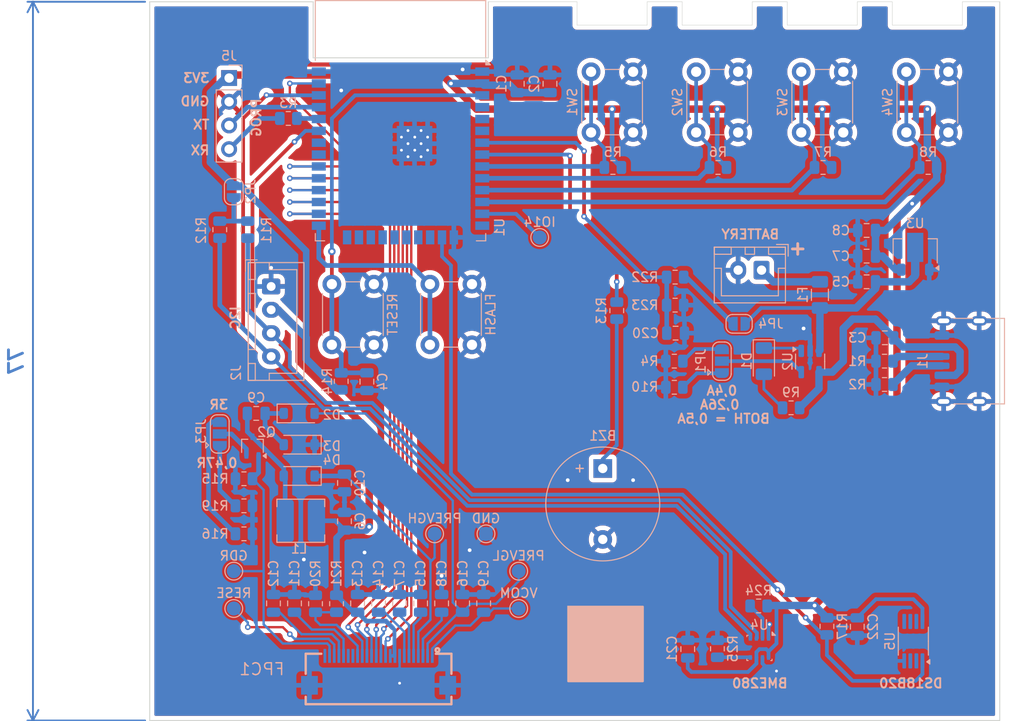
<source format=kicad_pcb>
(kicad_pcb (version 20241229) (generator "pcbnew") (generator_version "9.0")
  (title_block (title "ESP32_E-Paper_4-2_V1") (date "2025-05-28") (rev "1") (company "Filada"))
  (layers (0 "F.Cu" signal) (2 "B.Cu" signal) (13 "F.Paste" user) (15 "B.Paste" user) (5 "F.SilkS" user "F.Silkscreen") (7 "B.SilkS" user "B.Silkscreen") (1 "F.Mask" user) (3 "B.Mask" user) (25 "Edge.Cuts" user))
  (net 0 "")
  (net 1 "GND")
  (net 2 "Net-(BZ1-+)")
  (net 3 "+3V3")
  (net 4 "Net-(U2-V_{CC})")
  (net 5 "/EN")
  (net 6 "+BATT")
  (net 7 "Net-(D2-K)")
  (net 8 "Net-(D4-A)")
  (net 9 "/PREVGH")
  (net 10 "Net-(C11-Pad1)")
  (net 11 "Net-(C12-Pad1)")
  (net 12 "Net-(C14-Pad1)")
  (net 13 "Net-(C15-Pad1)")
  (net 14 "/PREVGL")
  (net 15 "Net-(C17-Pad1)")
  (net 16 "Net-(C18-Pad1)")
  (net 17 "/VCOM")
  (net 18 "/VBAT_ADC")
  (net 19 "Net-(D1-K)")
  (net 20 "Net-(D1-A)")
  (net 21 "Net-(J3-Pin_1)")
  (net 22 "/BUSY")
  (net 23 "/D{slash}C")
  (net 24 "/SDI")
  (net 25 "/SCLK")
  (net 26 "/RES")
  (net 28 "/GDR")
  (net 29 "/BS")
  (net 32 "/CS")
  (net 33 "/RESE")
  (net 34 "Net-(J1-CC2)")
  (net 35 "Net-(J1-CC1)")
  (net 36 "/SDA")
  (net 37 "/SCL")
  (net 38 "/IO13")
  (net 39 "/TX")
  (net 40 "/RX")
  (net 41 "Net-(JP1-A)")
  (net 42 "Net-(JP1-C)")
  (net 43 "Net-(JP1-B)")
  (net 44 "Net-(JP2-A)")
  (net 45 "Net-(JP3-B)")
  (net 46 "Net-(JP3-A)")
  (net 47 "Net-(JP3-C)")
  (net 48 "Net-(JP4-B)")
  (net 49 "/IO0")
  (net 50 "Net-(U1-RXD0{slash}IO3)")
  (net 51 "/BTN1")
  (net 52 "/BTN2")
  (net 53 "/BTN3")
  (net 54 "/BTN4")
  (net 55 "/PIEZO")
  (net 66 "Net-(U4-CSB)")
  (net 67 "Net-(U4-SDO)")
  (net 77 "/IO14")
  (footprint "Diode_SMD:D_SOD-123" (layer "B.Cu") (at 130.95 106.4)
    (property "Reference" "D2")
    (property "Value" "MBR0530")
  )
  (footprint "Resistor_SMD:R_0805_2012Metric" (layer "B.Cu") (at 134.95 126.7875 -90)
    (property "Reference" "R21")
    (property "Value" "10K")
  )
  (footprint "Resistor_SMD:R_0805_2012Metric" (layer "B.Cu") (at 193.6125 103.3)
    (property "Reference" "R2")
    (property "Value" "5K1")
  )
  (footprint "Resistor_SMD:R_0805_2012Metric" (layer "B.Cu") (at 180.1375 127.025 180)
    (property "Reference" "R24")
    (property "Value" "10K")
  )
  (footprint "Connector_USB:USB_C_Receptacle_HRO_TYPE-C-31-M-17" (layer "B.Cu") (at 202.95 100.8 -90)
    (property "Reference" "J1")
    (property "Value" "USB_C_Receptacle_PowerOnly_6P")
  )
  (footprint "Button_Switch_THT:SW_PUSH_6mm_H7.3mm" (layer "B.Cu") (at 184.7 69.8 -90)
    (property "Reference" "SW3")
    (property "Value" "BTN1")
  )
  (footprint "Capacitor_SMD:C_0805_2012Metric" (layer "B.Cu") (at 172.55 131.65 -90)
    (property "Reference" "C21")
    (property "Value" "100nF")
  )
  (footprint "Resistor_SMD:R_0805_2012Metric" (layer "B.Cu") (at 175.7875 80.05 180)
    (property "Reference" "R6")
    (property "Value" "10K")
  )
  (footprint "Package_TO_SOT_SMD:TSOT-23-5" (layer "B.Cu") (at 185.65 100.8375 -90)
    (property "Reference" "U2")
    (property "Value" "TP4054")
  )
  (footprint "Package_SO:MSOP-8_3x3mm_P0.65mm" (layer "B.Cu") (at 196.7 130.8 90)
    (property "Reference" "U5")
    (property "Value" "DS18B20U")
  )
  (footprint "Jumper:SolderJumper-3_P1.3mm_Open_RoundedPad1.0x1.5mm" (layer "B.Cu") (at 122.45 108.6 90)
    (property "Reference" "JP3")
    (property "Value" "RES_SEL")
  )
  (footprint "LED_SMD:LED_1206_3216Metric" (layer "B.Cu") (at 180.7 100.8 -90)
    (property "Reference" "D1")
    (property "Value" "CHARGING")
  )
  (footprint "Resistor_SMD:R_0805_2012Metric" (layer "B.Cu") (at 183.6125 105.8 180)
    (property "Reference" "R9")
    (property "Value" "1K")
  )
  (footprint "Resistor_SMD:R_0805_2012Metric" (layer "B.Cu") (at 171.1125 100.8 180)
    (property "Reference" "R4")
    (property "Value" "1K65")
  )
  (footprint "Resistor_SMD:R_0805_2012Metric" (layer "B.Cu") (at 187.45 129.2125 90)
    (property "Reference" "R17")
    (property "Value" "4K7")
  )
  (footprint "Button_Switch_THT:SW_PUSH_6mm_H7.3mm" (layer "B.Cu") (at 162.2 69.8 -90)
    (property "Reference" "SW1")
    (property "Value" "BTN1")
  )
  (footprint "Capacitor_SMD:C_0805_2012Metric" (layer "B.Cu") (at 143.95 126.75 90)
    (property "Reference" "C15")
    (property "Value" "4.7uF")
  )
  (footprint "Resistor_SMD:R_0805_2012Metric" (layer "B.Cu") (at 164.95 95.3875 -90)
    (property "Reference" "R13")
    (property "Value" "100R")
  )
  (footprint "Resistor_SMD:R_0805_2012Metric" (layer "B.Cu") (at 122.45 86.7125 90)
    (property "Reference" "R12")
    (property "Value" "10K")
  )
  (footprint "Capacitor_SMD:C_0805_2012Metric" (layer "B.Cu") (at 191.7 86.8 180)
    (property "Reference" "C8")
    (property "Value" "10uF")
  )
  (footprint "Buzzer_Beeper:Buzzer_12x9.5RM7.6" (layer "B.Cu") (at 163.45 112.3 -90)
    (property "Reference" "BZ1")
    (property "Value" "Piezo")
  )
  (footprint "Resistor_SMD:R_0805_2012Metric" (layer "B.Cu") (at 129.7875 74.8 180)
    (property "Reference" "R3")
    (property "Value" "470R")
  )
  (footprint "Capacitor_SMD:C_0805_2012Metric" (layer "B.Cu") (at 141.7 126.75 90)
    (property "Reference" "C17")
    (property "Value" "1uF")
  )
  (footprint "Capacitor_SMD:C_0805_2012Metric" (layer "B.Cu") (at 128.2 126.75 90)
    (property "Reference" "C12")
    (property "Value" "4.7uF")
  )
  (footprint "Diode_SMD:D_SOD-123" (layer "B.Cu") (at 130.95 113.1 180)
    (property "Reference" "D4")
    (property "Value" "MBR0530")
  )
  (footprint "Jumper:SolderJumper-3_P1.3mm_Open_RoundedPad1.0x1.5mm" (layer "B.Cu") (at 176.2 100.8 90)
    (property "Reference" "JP1")
    (property "Value" "CH_CURRENT")
  )
  (footprint "Resistor_SMD:R_0805_2012Metric" (layer "B.Cu") (at 187.0375 80.05 180)
    (property "Reference" "R7")
    (property "Value" "10K")
  )
  (footprint "Capacitor_SMD:C_0805_2012Metric" (layer "B.Cu") (at 190.7 129.25 90)
    (property "Reference" "C22")
    (property "Value" "100nF")
  )
  (footprint "Capacitor_SMD:C_0805_2012Metric" (layer "B.Cu") (at 135.8 113.85 -90)
    (property "Reference" "C10")
    (property "Value" "4.7uF")
  )
  (footprint "Capacitor_SMD:C_0805_2012Metric" (layer "B.Cu") (at 148.45 126.75 90)
    (property "Reference" "C16")
    (property "Value" "4.7uF")
  )
  (footprint "Connector_PinHeader_2.54mm:PinHeader_1x04_P2.54mm_Vertical" (layer "B.Cu") (at 123.45 70.47 180)
    (property "Reference" "J5")
    (property "Value" "PROG")
  )
  (footprint "Jumper:SolderJumper-2_P1.3mm_Open_RoundedPad1.0x1.5mm" (layer "B.Cu") (at 178.05 96.8 180)
    (property "Reference" "JP4")
    (property "Value" "ADC-BAT")
  )
  (footprint "TestPoint:TestPoint_Pad_D1.5mm" (layer "B.Cu") (at 145.45 119.3 180)
    (property "Reference" "PREVGH")
    (property "Value" "PREVGH")
  )
  (footprint "Resistor_SMD:R_0805_2012Metric" (layer "B.Cu") (at 125.0375 116.3)
    (property "Reference" "R19")
    (property "Value" "0.47R")
  )
  (footprint "Resistor_SMD:R_0805_2012Metric" (layer "B.Cu") (at 125.0375 119.3)
    (property "Reference" "R16")
    (property "Value" "3R")
  )
  (footprint "Resistor_SMD:R_0805_2012Metric" (layer "B.Cu") (at 125.0375 113.4 180)
    (property "Reference" "R15")
    (property "Value" "10K")
  )
  (footprint "Button_Switch_THT:SW_PUSH_6mm_H7.3mm" (layer "B.Cu") (at 173.45 69.8 -90)
    (property "Reference" "SW2")
    (property "Value" "BTN1")
  )
  (footprint "TestPoint:TestPoint_Pad_D1.5mm" (layer "B.Cu") (at 154.45 127.3 180)
    (property "Reference" "VCOM")
    (property "Value" "VCOM")
  )
  (footprint "TestPoint:TestPoint_Pad_D1.5mm" (layer "B.Cu") (at 123.95 127.3 180)
    (property "Reference" "RESE")
    (property "Value" "RESE")
  )
  (footprint "Capacitor_SMD:C_0805_2012Metric" (layer "B.Cu") (at 146.2 126.75 90)
    (property "Reference" "C18")
    (property "Value" "4.7uF")
  )
  (footprint "Button_Switch_THT:SW_PUSH_6mm_H7.3mm" (layer "B.Cu") (at 149.45 99.05 90)
    (property "Reference" "FLASH")
    (property "Value" "FLASH")
  )
  (footprint "Capacitor_SMD:C_0805_2012Metric" (layer "B.Cu") (at 126.35 106.4 180)
    (property "Reference" "C9")
    (property "Value" "4.7uF")
  )
  (footprint "Capacitor_SMD:C_0805_2012Metric" (layer "B.Cu") (at 137.2 126.75 90)
    (property "Reference" "C13")
    (property "Value" "1uF")
  )
  (footprint "Button_Switch_THT:SW_PUSH_6mm_H7.3mm" (layer "B.Cu") (at 138.95 99.05 90)
    (property "Reference" "RESET")
    (property "Value" "RESET")
  )
  (footprint "Connector_JST:JST_XH_B4B-XH-A_1x04_P2.50mm_Vertical" (layer "B.Cu") (at 127.95 92.8 -90)
    (property "Reference" "J2")
    (property "Value" "I2C")
  )
  (footprint "Connector_JST:JST_XH_B2B-XH-A_1x02_P2.50mm_Vertical" (layer "B.Cu") (at 180.45 91.05 180)
    (property "Reference" "J3" (hide yes))
    (property "Value" "BATTERY")
  )
  (footprint "TestPoint:TestPoint_Pad_D1.5mm" (layer "B.Cu") (at 156.7 87.55 180)
    (property "Reference" "IO14")
    (property "Value" "IO14")
  )
  (footprint "Package_TO_SOT_SMD:SOT-323_SC-70" (layer "B.Cu") (at 125.95 109.9 90)
    (property "Reference" "Q2")
    (property "Value" "Si1308EDL")
  )
  (footprint "Package_TO_SOT_SMD:SOT-89-3" (layer "B.Cu") (at 196.9 89.05 90)
    (property "Reference" "U3")
    (property "Value" "MCP1700x-330xxMB")
  )
  (footprint "Capacitor_SMD:C_0805_2012Metric" (layer "B.Cu") (at 154.3 71.085 -90)
    (property "Reference" "C1")
    (property "Value" "10uF")
  )
  (footprint "Capacitor_SMD:C_0805_2012Metric" (layer "B.Cu") (at 135.8 117.95 90)
    (property "Reference" "C6")
    (property "Value" "4.7uF")
  )
  (footprint "Resistor_SMD:R_0805_2012Metric" (layer "B.Cu") (at 171.2 94.8)
    (property "Reference" "R23")
    (property "Value" "1M3")
  )
  (footprint "Resistor_SMD:R_0805_2012Metric" (layer "B.Cu") (at 198.2875 80.05 180)
    (property "Reference" "R8")
    (property "Value" "10K")
  )
  (footprint "Jumper:SolderJumper-2_P1.3mm_Open_RoundedPad1.0x1.5mm" (layer "B.Cu") (at 123.95 82.65 90)
    (property "Reference" "JP2")
    (property "Value" "I2C_PULLUPS")
  )
  (footprint "Capacitor_SMD:C_0805_2012Metric" (layer "B.Cu") (at 130.45 126.75 90)
    (property "Reference" "C11")
    (property "Value" "4.7uF")
  )
  (footprint "Package_LGA:Bosch_LGA-8_2.5x2.5mm_P0.65mm_ClockwisePinNumbering" (layer "B.Cu") (at 180.225 131.525 180)
    (property "Reference" "U4")
    (property "Value" "BME280")
  )
  (footprint "Capacitor_SMD:C_0805_2012Metric" (layer "B.Cu") (at 139.45 126.75 90)
    (property "Reference" "C14")
    (property "Value" "1uF")
  )
  (footprint "my_lib_2025_1:JUSHUO AFC24-S24FIC-00" (layer "B.Cu") (at 139.45 133.94995)
    (property "Reference" "FPC1")
    (property "Value" "FPC_E-Paper")
  )
  (footprint "RF_Module:ESP32-WROOM-32D" (layer "B.Cu") (at 141.8 78.03 180)
    (property "Reference" "U1")
    (property "Value" "ESP32-WROOM-32E")
  )
  (footprint "Resistor_SMD:R_0805_2012Metric" (layer "B.Cu") (at 135.45 102.9625 90)
    (property "Reference" "R14")
    (property "Value" "10K")
  )
  (footprint "Capacitor_SMD:C_0805_2012Metric" (layer "B.Cu") (at 193.65 98.3 180)
    (property "Reference" "C3")
    (property "Value" "10uF")
  )
  (footprint "Resistor_SMD:R_0805_2012Metric" (layer "B.Cu") (at 171.1125 103.6 180)
    (property "Reference" "R10")
    (property "Value" "3K3")
  )
  (footprint "Diode_SMD:D_SOD-123" (layer "B.Cu") (at 130.95 109.75 180)
    (property "Reference" "D3")
    (property "Value" "MBR0530")
  )
  (footprint "TestPoint:TestPoint_Pad_D1.5mm" (layer "B.Cu") (at 154.45 123.3 180)
    (property "Reference" "PREVGL")
    (property "Value" "PREVGL")
  )
  (footprint "Capacitor_SMD:C_0805_2012Metric" (layer "B.Cu") (at 191.7 92.3 180)
    (property "Reference" "C5")
    (property "Value" "10uF")
  )
  (footprint "Resistor_SMD:R_0805_2012Metric" (layer "B.Cu") (at 164.5375 80.05 180)
    (property "Reference" "R5")
    (property "Value" "10K")
  )
  (footprint "Capacitor_SMD:C_0805_2012Metric" (layer "B.Cu") (at 138.2 103 90)
    (property "Reference" "C4")
    (property "Value" "100nF")
  )
  (footprint "Capacitor_SMD:C_0805_2012Metric" (layer "B.Cu") (at 171.25 97.8)
    (property "Reference" "C20")
    (property "Value" "100nF")
  )
  (footprint "Resistor_SMD:R_0805_2012Metric" (layer "B.Cu") (at 193.6125 100.8 180)
    (property "Reference" "R1")
    (property "Value" "5K1")
  )
  (footprint "TestPoint:TestPoint_Pad_D1.5mm" (layer "B.Cu") (at 150.95 119.3 180)
    (property "Reference" "GND")
    (property "Value" "GND")
  )
  (footprint "Button_Switch_THT:SW_PUSH_6mm_H7.3mm" (layer "B.Cu") (at 195.95 69.8 -90)
    (property "Reference" "SW4")
    (property "Value" "BTN1")
  )
  (footprint "Capacitor_SMD:C_0805_2012Metric" (layer "B.Cu") (at 157.8 71.085 -90)
    (property "Reference" "C2")
    (property "Value" "100nF")
  )
  (footprint "Capacitor_SMD:C_0805_2012Metric" (layer "B.Cu") (at 150.7 126.75 90)
    (property "Reference" "C19")
    (property "Value" "1uF")
  )
  (footprint "Resistor_SMD:R_0805_2012Metric" (layer "B.Cu") (at 171.2 91.8 180)
    (property "Reference" "R22")
    (property "Value" "1M")
  )
  (footprint "my_lib_2025_1:inductor_4.5x4_V1" (layer "B.Cu") (at 131.125 117.9 180)
    (property "Reference" "L1")
    (property "Value" "10uH/1A")
  )
  (footprint "Resistor_SMD:R_0805_2012Metric" (layer "B.Cu") (at 132.7 126.7875 -90)
    (property "Reference" "R20")
    (property "Value" "3R")
  )
  (footprint "Resistor_SMD:R_0805_2012Metric" (layer "B.Cu") (at 175.725 131.6125 90)
    (property "Reference" "R25")
    (property "Value" "10K")
  )
  (footprint "Resistor_SMD:R_0805_2012Metric" (layer "B.Cu") (at 125.45 86.7125 90)
    (property "Reference" "R11")
    (property "Value" "10K")
  )
  (footprint "TestPoint:TestPoint_Pad_D1.5mm" (layer "B.Cu") (at 123.95 123.3 180)
    (property "Reference" "GDR")
    (property "Value" "GDR")
  )
  (footprint "Capacitor_SMD:C_0805_2012Metric" (layer "B.Cu") (at 191.7 89.55 180)
    (property "Reference" "C7")
    (property "Value" "100nF")
  )
  (footprint "Fuse:Fuse_1206_3216Metric" (layer "B.Cu") (at 186.7 93.7 -90)
    (property "Reference" "F1")
    (property "Value" "1A")
  )
  (gr_rect (start 159.75 127.1) (end 167.75 135.1) (stroke (width 0.2)) (fill yes) (layer "B.SilkS"))
  (gr_line (start 183.2 64.8) (end 190.7 64.8) (stroke (width 0.05)) (layer "Edge.Cuts"))
  (gr_line (start 205.95 139.3) (end 114.95 139.3) (stroke (width 0.1)) (layer "Edge.Cuts"))
  (gr_line (start 168.2 62.3) (end 171.95 62.3) (stroke (width 0.05)) (layer "Edge.Cuts"))
  (gr_line (start 183.2 62.3) (end 183.2 64.8) (stroke (width 0.05)) (layer "Edge.Cuts"))
  (gr_line (start 151.2 68.3) (end 151.2 62.3) (stroke (width 0.1)) (layer "Edge.Cuts"))
  (gr_line (start 194.45 64.8) (end 201.95 64.8) (stroke (width 0.05)) (layer "Edge.Cuts"))
  (gr_line (start 160.7 62.3) (end 160.7 64.8) (stroke (width 0.05)) (layer "Edge.Cuts"))
  (gr_line (start 205.95 62.3) (end 205.95 139.3) (stroke (width 0.1)) (layer "Edge.Cuts"))
  (gr_line (start 114.95 139.3) (end 114.95 62.3) (stroke (width 0.1)) (layer "Edge.Cuts"))
  (gr_line (start 201.95 62.3) (end 205.95 62.3) (stroke (width 0.05)) (layer "Edge.Cuts"))
  (gr_line (start 114.95 62.3) (end 132.45 62.3) (stroke (width 0.1)) (layer "Edge.Cuts"))
  (gr_line (start 151.2 62.3) (end 160.7 62.3) (stroke (width 0.05)) (layer "Edge.Cuts"))
  (gr_line (start 171.95 62.3) (end 171.95 64.8) (stroke (width 0.05)) (layer "Edge.Cuts"))
  (gr_line (start 190.7 64.8) (end 190.7 62.3) (stroke (width 0.05)) (layer "Edge.Cuts"))
  (gr_line (start 168.2 64.8) (end 168.2 62.3) (stroke (width 0.05)) (layer "Edge.Cuts"))
  (gr_line (start 190.7 62.3) (end 194.45 62.3) (stroke (width 0.05)) (layer "Edge.Cuts"))
  (gr_line (start 171.95 64.8) (end 179.45 64.8) (stroke (width 0.05)) (layer "Edge.Cuts"))
  (gr_line (start 194.45 62.3) (end 194.45 64.8) (stroke (width 0.05)) (layer "Edge.Cuts"))
  (gr_line (start 179.45 64.8) (end 179.45 62.3) (stroke (width 0.05)) (layer "Edge.Cuts"))
  (gr_line (start 179.45 62.3) (end 183.2 62.3) (stroke (width 0.05)) (layer "Edge.Cuts"))
  (gr_line (start 132.45 68.3) (end 151.2 68.3) (stroke (width 0.1)) (layer "Edge.Cuts"))
  (gr_line (start 132.45 62.3) (end 132.45 68.3) (stroke (width 0.1)) (layer "Edge.Cuts"))
  (gr_line (start 160.7 64.8) (end 168.2 64.8) (stroke (width 0.05)) (layer "Edge.Cuts"))
  (gr_line (start 201.95 64.8) (end 201.95 62.3) (stroke (width 0.05)) (layer "Edge.Cuts"))
  (gr_text "DS18B20" (at 199.95 135.9 0) (layer "B.SilkS") (effects (font (size 1 1) (thickness 0.2) (bold yes)) (justify left bottom mirror)))
  (gr_text "0,47R" (at 124.45 112.3 0) (layer "B.SilkS") (effects (font (size 1 1) (thickness 0.2) (bold yes)) (justify left bottom mirror)))
  (gr_text "BATTERY" (at 182.45 87.8 0) (layer "B.SilkS") (effects (font (size 1 1) (thickness 0.2) (bold yes)) (justify left bottom mirror)))
  (gr_text "PROG" (at 126.95 72.55 90) (layer "B.SilkS") (effects (font (size 1 1) (thickness 0.2) (bold yes)) (justify left bottom mirror)))
  (gr_text "BOTH = 0,5A" (at 181.45 107.55 0) (layer "B.SilkS") (effects (font (size 1 1) (thickness 0.2) (bold yes)) (justify left bottom mirror)))
  (gr_text "TX" (at 121.45 76.05 0) (layer "B.SilkS") (effects (font (size 1 1) (thickness 0.2) (bold yes)) (justify left bottom mirror)))
  (gr_text "0,4A" (at 177.95 104.55 0) (layer "B.SilkS") (effects (font (size 1 1) (thickness 0.2) (bold yes)) (justify left bottom mirror)))
  (gr_text "3R" (at 123.45 106.05 0) (layer "B.SilkS") (effects (font (size 1 1) (thickness 0.2) (bold yes)) (justify left bottom mirror)))
  (gr_text "0,26A" (at 178.2 106.05 0) (layer "B.SilkS") (effects (font (size 1 1) (thickness 0.2) (bold yes)) (justify left bottom mirror)))
  (gr_text "RX" (at 121.45 78.8 0) (layer "B.SilkS") (effects (font (size 1 1) (thickness 0.2) (bold yes)) (justify left bottom mirror)))
  (gr_text "GND" (at 121.45 73.55 0) (layer "B.SilkS") (effects (font (size 1 1) (thickness 0.2) (bold yes)) (justify left bottom mirror)))
  (gr_text "3V3" (at 121.45 71.05 0) (layer "B.SilkS") (effects (font (size 1 1) (thickness 0.2) (bold yes)) (justify left bottom mirror)))
  (gr_text "I2C" (at 124.7 94.8 90) (layer "B.SilkS") (effects (font (size 1 1) (thickness 0.2) (bold yes)) (justify left bottom mirror)))
  (gr_text "+" (at 185.45 89.55 0) (layer "B.SilkS") (effects (font (size 1.5 1.5) (thickness 0.3) (bold yes)) (justify left bottom mirror)))
  (gr_text "BME280" (at 183.35 135.9 0) (layer "B.SilkS") (effects (font (size 1 1) (thickness 0.2) (bold yes)) (justify left bottom mirror)))
  (dimension (type orthogonal) (layer "B.Cu") (pts (xy 114.95 62.3) (xy 114.95 139.3)) (height -12.5) (orientation 1) (format (prefix "") (suffix "") (units 3) (units_format 0) (precision 4) (suppress_zeroes yes)) (style (thickness 0.2) (arrow_length 1.27) (text_position_mode 0) (arrow_direction outward) (extension_height 0.58642) (extension_offset 0.5) (keep_text_aligned yes)) (gr_text "77" (at 100.65 100.8 90) (layer "B.Cu") (effects (font (size 1.5 1.5) (thickness 0.3)) (justify mirror))))
  (via (at 148.45 69.55) (size 0.8) (drill 0.4) (layers "F.Cu" "B.Cu") (net 1))
  (via (at 184.95 97.3) (size 0.8) (drill 0.4) (layers "F.Cu" "B.Cu") (net 1))
  (via (at 137.95 121.3) (size 0.8) (drill 0.4) (layers "F.Cu" "B.Cu") (net 1))
  (via (at 149.2 121.05) (size 0.8) (drill 0.4) (layers "F.Cu" "B.Cu") (net 1))
  (via (at 141.7 135.3) (size 0.6) (drill 0.3) (layers "F.Cu" "B.Cu") (net 1))
  (via (at 181.3 129) (size 0.6) (drill 0.3) (layers "F.Cu" "B.Cu") (net 1))
  (via (at 127.95 90.8) (size 0.8) (drill 0.4) (layers "F.Cu" "B.Cu") (net 1))
  (via (at 182.05 134) (size 0.6) (drill 0.3) (layers "F.Cu" "B.Cu") (net 1))
  (via (at 131.45 122.05) (size 0.8) (drill 0.4) (layers "F.Cu" "B.Cu") (net 1))
  (via (at 135.45 71.8) (size 0.8) (drill 0.4) (layers "F.Cu" "B.Cu") (net 1))
  (via (at 159.7 113.55) (size 0.8) (drill 0.4) (layers "F.Cu" "B.Cu") (net 1))
  (via (at 146.2 123.8) (size 0.8) (drill 0.4) (layers "F.Cu" "B.Cu") (net 1))
  (via (at 166.7 113.55) (size 0.8) (drill 0.4) (layers "F.Cu" "B.Cu") (net 1))
  (segment (start 185.65 98) (end 184.95 97.3) (width 0.5) (layer "B.Cu") (net 1))
  (segment (start 141.702 134.548) (end 141.702 132.37425) (width 0.254) (layer "B.Cu") (net 1))
  (segment (start 181.35 134) (end 182.05 134) (width 0.4) (layer "B.Cu") (net 1))
  (segment (start 185.65 99.7) (end 185.65 98) (width 0.5) (layer "B.Cu") (net 1))
  (segment (start 180.55 132.55) (end 180.55 133.2) (width 0.4) (layer "B.Cu") (net 1))
  (segment (start 181.2 130.5) (end 181.2 129.1) (width 0.4) (layer "B.Cu") (net 1))
  (segment (start 141.7 134.55) (end 141.702 134.548) (width 0.254) (layer "B.Cu") (net 1))
  (segment (start 148.45 121.8) (end 149.2 121.05) (width 0.5) (layer "B.Cu") (net 1))
  (segment (start 146.2 125.8) (end 146.2 123.8) (width 0.5) (layer "B.Cu") (net 1))
  (segment (start 141.7 135.3) (end 141.7 134.55) (width 0.254) (layer "B.Cu") (net 1))
  (segment (start 181.2 129.1) (end 181.3 129) (width 0.4) (layer "B.Cu") (net 1))
  (segment (start 148.45 125.8) (end 148.45 121.8) (width 0.5) (layer "B.Cu") (net 1))
  (segment (start 180.55 133.2) (end 181.35 134) (width 0.4) (layer "B.Cu") (net 1))
  (segment (start 163.45 111.3) (end 164.95 109.8) (width 0.4) (layer "B.Cu") (net 2))
  (segment (start 164.95 109.8) (end 164.95 96.3) (width 0.4) (layer "B.Cu") (net 2))
  (segment (start 163.45 112.3) (end 163.45 111.3) (width 0.4) (layer "B.Cu") (net 2))
  (segment (start 149.95 73.8) (end 150.45 73.8) (width 0.8) (layer "F.Cu") (net 3))
  (segment (start 123.771 70.149) (end 146.299 70.149) (width 0.8) (layer "F.Cu") (net 3))
  (segment (start 128.7 95.3) (end 127.95 95.3) (width 0.8) (layer "F.Cu") (net 3))
  (segment (start 186.95 73.8) (end 198.2 73.8) (width 0.8) (layer "F.Cu") (net 3))
  (segment (start 150.45 73.8) (end 164.45 73.8) (width 0.8) (layer "F.Cu") (net 3))
  (segment (start 186.129054 126.979054) (end 194.95 118.158108) (width 0.8) (layer "F.Cu") (net 3))
  (segment (start 130.95 100.8) (end 130.95 97.55) (width 0.8) (layer "F.Cu") (net 3))
  (segment (start 123.45 70.47) (end 123.771 70.149) (width 0.8) (layer "F.Cu") (net 3))
  (segment (start 146.299 70.149) (end 147.2 71.05) (width 0.8) (layer "F.Cu") (net 3))
  (segment (start 130.95 97.55) (end 128.7 95.3) (width 0.8) (layer "F.Cu") (net 3))
  (segment (start 138.45 108.3) (end 130.95 100.8) (width 0.8) (layer "F.Cu") (net 3))
  (segment (start 194.95 85.55) (end 196.575 83.925) (width 0.8) (layer "F.Cu") (net 3))
  (segment (start 147.2 71.05) (end 149.95 73.8) (width 0.8) (layer "F.Cu") (net 3))
  (segment (start 164.45 73.8) (end 175.7 73.8) (width 0.8) (layer "F.Cu") (net 3))
  (segment (start 194.95 118.158108) (end 194.95 85.55) (width 0.8) (layer "F.Cu") (net 3))
  (segment (start 138.45 118.55) (end 138.45 108.3) (width 0.8) (layer "F.Cu") (net 3))
  (segment (start 175.7 73.8) (end 186.95 73.8) (width 0.8) (layer "F.Cu") (net 3))
  (via (at 196.575 83.925) (size 0.8) (drill 0.4) (layers "F.Cu" "B.Cu") (net 3))
  (via (at 186.95 73.8) (size 0.8) (drill 0.4) (layers "F.Cu" "B.Cu") (net 3))
  (via (at 147.2 71.05) (size 0.8) (drill 0.4) (layers "F.Cu" "B.Cu") (net 3))
  (via (at 175.7 73.8) (size 0.8) (drill 0.4) (layers "F.Cu" "B.Cu") (net 3))
  (via (at 138.45 118.55) (size 0.8) (drill 0.4) (layers "F.Cu" "B.Cu") (net 3))
  (via (at 186.129054 126.979054) (size 0.8) (drill 0.4) (layers "F.Cu" "B.Cu") (net 3))
  (via (at 198.2 73.8) (size 0.8) (drill 0.4) (layers "F.Cu" "B.Cu") (net 3))
  (via (at 164.45 73.8) (size 0.8) (drill 0.4) (layers "F.Cu" "B.Cu") (net 3))
  (segment (start 182.05 131.048) (end 182.05 127.25) (width 0.4) (layer "B.Cu") (net 3))
  (segment (start 121.45 79.5) (end 121.45 72.05) (width 0.8) (layer "B.Cu") (net 3))
  (segment (start 141.151 132.37425) (end 141.151 129.568416) (width 0.4) (layer "B.Cu") (net 3))
  (segment (start 181.199 131.899) (end 182.05 131.048) (width 0.4) (layer "B.Cu") (net 3))
  (segment (start 121.45 72.05) (end 123.03 70.47) (width 0.8) (layer "B.Cu") (net 3))
  (segment (start 134.8 117.9) (end 135.8 118.9) (width 0.5) (layer "B.Cu") (net 3))
  (segment (start 196.575 83.925) (end 193.7 86.8) (width 0.8) (layer "B.Cu") (net 3))
  (segment (start 198.2 78.35) (end 198.2 73.8) (width 0.8) (layer "B.Cu") (net 3))
  (segment (start 140.95 132.37425) (end 141.151 132.37425) (width 0.4) (layer "B.Cu") (net 3))
  (segment (start 137.2 127.7) (end 136.775 127.7) (width 0.5) (layer "B.Cu") (net 3))
  (segment (start 179.9 132.55) (end 179.9 133.2) (width 0.4) (layer "B.Cu") (net 3))
  (segment (start 195.35 91.05) (end 195.4 91) (width 0.8) (layer "B.Cu") (net 3))
  (segment (start 180.949 131.649) (end 181.199 131.899) (width 0.4) (layer "B.Cu") (net 3))
  (segment (start 135.45 103.902212) (end 135.052212 103.902212) (width 0.8) (layer "B.Cu") (net 3))
  (segment (start 147.2 71.05) (end 150.55 71.05) (width 0.8) (layer "B.Cu") (net 3))
  (segment (start 179.9 133.2) (end 179 134.1) (width 0.4) (layer "B.Cu") (net 3))
  (segment (start 131.7 88.995) (end 131.7 98.3) (width 0.7) (layer "B.Cu") (net 3))
  (segment (start 131.7 100.55) (end 131.7 98.3) (width 0.8) (layer "B.Cu") (net 3))
  (segment (start 140.95 129.367416) (end 140.233584 128.651) (width 0.5) (layer "B.Cu") (net 3))
  (segment (start 164.45 79.05) (end 164.45 73.8) (width 0.5) (layer "B.Cu") (net 3))
  (segment (start 181.2 131.9) (end 181.2 132.55) (width 0.4) (layer "B.Cu") (net 3))
  (segment (start 199.2 80.05) (end 199.2 81.3) (width 0.8) (layer "B.Cu") (net 3))
  (segment (start 172.95 134.1) (end 172.55 133.7) (width 0.4) (layer "B.Cu") (net 3))
  (segment (start 136.775 127.7) (end 134.95 125.875) (width 0.5) (layer "B.Cu") (net 3))
  (segment (start 186.95 79.05) (end 186.95 73.8) (width 0.5) (layer "B.Cu") (net 3))
  (segment (start 135.052212 103.902212) (end 131.7 100.55) (width 0.8) (layer "B.Cu") (net 3))
  (segment (start 192.7 126.3) (end 190.7 128.3) (width 0.4) (layer "B.Cu") (net 3))
  (segment (start 123.03 70.47) (end 123.45 70.47) (width 0.8) (layer "B.Cu") (net 3))
  (segment (start 192.65 89.55) (end 192.65 86.8) (width 0.8) (layer "B.Cu") (net 3))
  (segment (start 135.45 103.875) (end 135.45 103.902212) (width 0.7) (layer "B.Cu") (net 3))
  (segment (start 124.705 82) (end 131.7 88.995) (width 0.7) (layer "B.Cu") (net 3))
  (segment (start 179.9 132.55) (end 179.9 131.973) (width 0.4) (layer "B.Cu") (net 3))
  (segment (start 150.736 71.236) (end 153.501 71.236) (width 0.8) (layer "B.Cu") (net 3))
  (segment (start 190.7 128.3) (end 187.45 128.3) (width 0.4) (layer "B.Cu") (net 3))
  (segment (start 199.2 79.35) (end 198.2 78.35) (width 0.8) (layer "B.Cu") (net 3))
  (segment (start 196.7 126.3) (end 197.675 127.275) (width 0.4) (layer "B.Cu") (net 3))
  (segment (start 179 134.1) (end 172.95 134.1) (width 0.4) (layer "B.Cu") (net 3))
  (segment (start 175.7 79.05) (end 175.7 73.8) (width 0.5) (layer "B.Cu") (net 3))
  (segment (start 132.8 117.9) (end 134.8 117.9) (width 0.5) (layer "B.Cu") (net 3))
  (segment (start 183.179054 126.979054) (end 181.095946 126.979054) (width 0.8) (layer "B.Cu") (net 3))
  (segment (start 193.7 86.8) (end 192.65 86.8) (width 0.8) (layer "B.Cu") (net 3))
  (segment (start 176.7 80.05) (end 175.7 79.05) (width 0.5) (layer "B.Cu") (net 3))
  (segment (start 179.9 131.973) (end 180.224 131.649) (width 0.4) (layer "B.Cu") (net 3))
  (segment (start 123.95 82) (end 121.45 79.5) (width 0.8) (layer "B.Cu") (net 3))
  (segment (start 134.95 119.75) (end 134.95 125.875) (width 0.7) (layer "B.Cu") (net 3))
  (segment (start 154.3 72.035) (end 157.8 72.035) (width 0.8) (layer "B.Cu") (net 3))
  (segment (start 193.4 89.55) (end 192.65 89.55) (width 0.8) (layer "B.Cu") (net 3))
  (segment (start 181.825 127.025) (end 181.05 127.025) (width 0.4) (layer "B.Cu") (net 3))
  (segment (start 138.1 118.9) (end 138.45 118.55) (width 0.8) (layer "B.Cu") (net 3))
  (segment (start 128.7 95.3) (end 127.95 95.3) (width 0.8) (layer "B.Cu") (net 3))
  (segment (start 197.675 127.275) (end 197.675 128.6875) (width 0.4) (layer "B.Cu") (net 3))
  (segment (start 181.095946 126.979054) (end 181.05 127.025) (width 0.8) (layer "B.Cu") (net 3))
  (segment (start 180.224 131.649) (end 180.949 131.649) (width 0.4) (layer "B.Cu") (net 3))
  (segment (start 153.501 71.236) (end 154.3 72.035) (width 0.8) (layer "B.Cu") (net 3))
  (segment (start 183.179054 126.979054) (end 186.129054 126.979054) (width 0.8) (layer "B.Cu") (net 3))
  (segment (start 181.199 131.899) (end 181.2 131.9) (width 0.4) (layer "B.Cu") (net 3))
  (segment (start 141.151 129.568416) (end 140.95 129.367416) (width 0.4) (layer "B.Cu") (net 3))
  (segment (start 123.95 82) (end 124.705 82) (width 0.7) (layer "B.Cu") (net 3))
  (segment (start 131.7 98.3) (end 128.7 95.3) (width 0.8) (layer "B.Cu") (net 3))
  (segment (start 172.55 133.7) (end 172.55 132.5) (width 0.4) (layer "B.Cu") (net 3))
  (segment (start 165.45 80.05) (end 164.45 79.05) (width 0.5) (layer "B.Cu") (net 3))
  (segment (start 140.233584 128.651) (end 138.151 128.651) (width 0.5) (layer "B.Cu") (net 3))
  (segment (start 150.55 71.05) (end 150.736 71.236) (width 0.8) (layer "B.Cu") (net 3))
  (segment (start 196.7 126.3) (end 192.7 126.3) (width 0.4) (layer "B.Cu") (net 3))
  (segment (start 194.85 91) (end 193.4 89.55) (width 0.8) (layer "B.Cu") (net 3))
  (segment (start 187.95 80.05) (end 186.95 79.05) (width 0.5) (layer "B.Cu") (net 3))
  (segment (start 135.8 118.9) (end 134.95 119.75) (width 0.7) (layer "B.Cu") (net 3))
  (segment (start 199.2 81.3) (end 196.575 83.925) (width 0.8) (layer "B.Cu") (net 3))
  (segment (start 186.129054 126.979054) (end 187.45 128.3) (width 0.8) (layer "B.Cu") (net 3))
  (segment (start 138.151 128.651) (end 137.2 127.7) (width 0.5) (layer "B.Cu") (net 3))
  (segment (start 195.4 91) (end 194.85 91) (width 0.8) (layer "B.Cu") (net 3))
  (segment (start 182.05 127.25) (end 181.825 127.025) (width 0.4) (layer "B.Cu") (net 3))
  (segment (start 199.2 80.05) (end 199.2 79.35) (width 0.8) (layer "B.Cu") (net 3))
  (segment (start 135.8 118.9) (end 138.1 118.9) (width 0.8) (layer "B.Cu") (net 3))
  (segment (start 188.025 101.975) (end 186.6 101.975) (width 0.8) (layer "B.Cu") (net 4))
  (segment (start 199.77 99.28) (end 195.58 99.28) (width 0.8) (layer "B.Cu") (net 4))
  (segment (start 201.7 99.8) (end 201.7 101.8) (width 0.8) (layer "B.Cu") (net 4))
  (segment (start 186.6 103.725) (end 184.525 105.8) (width 0.8) (layer "B.Cu") (net 4))
  (segment (start 201.18 102.32) (end 199.77 102.32) (width 0.8) (layer "B.Cu") (net 4))
  (segment (start 189.2 100.8) (end 188.025 101.975) (width 0.8) (layer "B.Cu") (net 4))
  (segment (start 199.77 99.28) (end 201.18 99.28) (width 0.8) (layer "B.Cu") (net 4))
  (segment (start 189.2 97.3) (end 189.2 100.8) (width 0.8) (layer "B.Cu") (net 4))
  (segment (start 192.635424 96.3) (end 190.2 96.3) (width 0.8) (layer "B.Cu") (net 4))
  (segment (start 186.6 101.975) (end 186.6 103.725) (width 0.8) (layer "B.Cu") (net 4))
  (segment (start 195.58 99.28) (end 194.6 98.3) (width 0.8) (layer "B.Cu") (net 4))
  (segment (start 194.6 98.264576) (end 192.635424 96.3) (width 0.8) (layer "B.Cu") (net 4))
  (segment (start 190.2 96.3) (end 189.2 97.3) (width 0.8) (layer "B.Cu") (net 4))
  (segment (start 201.18 99.28) (end 201.7 99.8) (width 0.8) (layer "B.Cu") (net 4))
  (segment (start 194.6 98.3) (end 194.6 98.264576) (width 0.8) (layer "B.Cu") (net 4))
  (segment (start 201.7 101.8) (end 201.18 102.32) (width 0.8) (layer "B.Cu") (net 4))
  (segment (start 134.45 89.05) (end 134.45 92.55) (width 0.4) (layer "F.Cu") (net 5))
  (via (at 134.45 89.05) (size 0.8) (drill 0.4) (layers "F.Cu" "B.Cu") (net 5))
  (segment (start 134.45 89.05) (end 134.45 74.8) (width 0.4) (layer "B.Cu") (net 5))
  (segment (start 138.2 102.05) (end 135.45 102.05) (width 0.5) (layer "B.Cu") (net 5))
  (segment (start 134.45 99.05) (end 134.45 92.55) (width 0.5) (layer "B.Cu") (net 5))
  (segment (start 135.45 102.05) (end 135.45 100.05) (width 0.5) (layer "B.Cu") (net 5))
  (segment (start 134.45 74.8) (end 136.93 72.32) (width 0.4) (layer "B.Cu") (net 5))
  (segment (start 150.55 72.32) (end 136.93 72.32) (width 0.4) (layer "B.Cu") (net 5))
  (segment (start 135.45 100.05) (end 134.45 99.05) (width 0.5) (layer "B.Cu") (net 5))
  (segment (start 186.7 95.1) (end 186.7 97.3) (width 0.8) (layer "B.Cu") (net 6))
  (segment (start 186.7 99.6) (end 186.6 99.7) (width 0.8) (layer "B.Cu") (net 6))
  (segment (start 178.7 96.8) (end 180.4 95.1) (width 0.4) (layer "B.Cu") (net 6))
  (segment (start 186.7 95.1) (end 190.575 95.1) (width 0.8) (layer "B.Cu") (net 6))
  (segment (start 180.4 95.1) (end 186.7 95.1) (width 0.4) (layer "B.Cu") (net 6))
  (segment (start 192.65 92.3) (end 196.255 92.3) (width 0.8) (layer "B.Cu") (net 6))
  (segment (start 196.9 91.655) (end 196.9 90.9125) (width 0.8) (layer "B.Cu") (net 6))
  (segment (start 186.7 97.3) (end 186.7 99.6) (width 0.8) (layer "B.Cu") (net 6))
  (segment (start 196.255 92.3) (end 196.9 91.655) (width 0.8) (layer "B.Cu") (net 6))
  (segment (start 192.65 93.025) (end 192.65 92.3) (width 0.8) (layer "B.Cu") (net 6))
  (segment (start 190.575 95.1) (end 192.65 93.025) (width 0.8) (layer "B.Cu") (net 6))
  (segment (start 186.7 95.1) (end 186.75 95.05) (width 0.8) (layer "B.Cu") (net 6))
  (segment (start 127.3 106.4) (end 127.3 107.75) (width 0.5) (layer "B.Cu") (net 7))
  (segment (start 129.3 109.75) (end 129.3 109.7) (width 0.5) (layer "B.Cu") (net 7))
  (segment (start 127.3 106.4) (end 129.3 106.4) (width 0.5) (layer "B.Cu") (net 7))
  (segment (start 127.3 107.75) (end 129.3 109.75) (width 0.5) (layer "B.Cu") (net 7))
  (segment (start 129.3 112.25) (end 129.3 113.1) (width 0.5) (layer "B.Cu") (net 8))
  (segment (start 129.45 117.9) (end 129.45 113.25) (width 0.5) (layer "B.Cu") (net 8))
  (segment (start 125.95 108.9) (end 129.3 112.25) (width 0.5) (layer "B.Cu") (net 8))
  (segment (start 125.4 106.4) (end 125.4 108.35) (width 0.5) (layer "B.Cu") (net 8))
  (segment (start 125.4 108.35) (end 125.95 108.9) (width 0.5) (layer "B.Cu") (net 8))
  (segment (start 129.45 113.25) (end 129.3 113.1) (width 0.5) (layer "B.Cu") (net 8))
  (segment (start 135.6 113.1) (end 135.8 112.9) (width 0.5) (layer "B.Cu") (net 9))
  (segment (start 135.8 112.9) (end 145.003 122.103) (width 0.254) (layer "B.Cu") (net 9))
  (segment (start 145.003 122.3) (end 145.003 128.500266) (width 0.254) (layer "B.Cu") (net 9))
  (segment (start 145.003 122.103) (end 145.003 122.3) (width 0.254) (layer "B.Cu") (net 9))
  (segment (start 145.003 122.3) (end 145.45 121.853) (width 0.254) (layer "B.Cu") (net 9))
  (segment (start 145.45 121.853) (end 145.45 119.3) (width 0.254) (layer "B.Cu") (net 9))
  (segment (start 145.003 128.500266) (end 143.702 129.801266) (width 0.254) (layer "B.Cu") (net 9))
  (segment (start 132.6 113.1) (end 135.6 113.1) (width 0.5) (layer "B.Cu") (net 9))
  (segment (start 143.702 129.801266) (end 143.702 132.37425) (width 0.254) (layer "B.Cu") (net 9))
  (segment (start 134.7 129.55) (end 132.3 129.55) (width 0.254) (layer "B.Cu") (net 10))
  (segment (start 135.702 132.37425) (end 135.702 130.552) (width 0.254) (layer "B.Cu") (net 10))
  (segment (start 132.3 129.55) (end 130.45 127.7) (width 0.254) (layer "B.Cu") (net 10))
  (segment (start 135.702 130.552) (end 134.7 129.55) (width 0.254) (layer "B.Cu") (net 10))
  (segment (start 134.45 130.05) (end 131.2 130.05) (width 0.254) (layer "B.Cu") (net 11))
  (segment (start 131.2 130.05) (end 128.85 127.7) (width 0.254) (layer "B.Cu") (net 11))
  (segment (start 128.85 127.7) (end 128.2 127.7) (width 0.254) (layer "B.Cu") (net 11))
  (segment (start 135.2019 130.8019) (end 134.45 130.05) (width 0.254) (layer "B.Cu") (net 11))
  (segment (start 135.2019 132.37425) (end 135.2019 130.8019) (width 0.254) (layer "B.Cu") (net 11))
  (segment (start 139.45 127.7) (end 140.1 127.7) (width 0.254) (layer "B.Cu") (net 12))
  (segment (start 142.2018 129.8018) (end 142.2018 132.37425) (width 0.254) (layer "B.Cu") (net 12))
  (segment (start 140.1 127.7) (end 142.2018 129.8018) (width 0.254) (layer "B.Cu") (net 12))
  (segment (start 143.2018 129.0482) (end 143.2018 132.37425) (width 0.254) (layer "B.Cu") (net 13))
  (segment (start 143.95 128.3) (end 143.2018 129.0482) (width 0.254) (layer "B.Cu") (net 13))
  (segment (start 143.95 127.7) (end 143.95 128.3) (width 0.254) (layer "B.Cu") (net 13))
  (segment (start 132.6 106.4) (end 138.05 106.4) (width 0.254) (layer "B.Cu") (net 14))
  (segment (start 148.45 127.7) (end 148.05 127.7) (width 0.254) (layer "B.Cu") (net 14))
  (segment (start 147.397 126.647) (end 148.45 127.7) (width 0.254) (layer "B.Cu") (net 14))
  (segment (start 149.35 126.8) (end 152.01066 126.8) (width 0.254) (layer "B.Cu") (net 14))
  (segment (start 154.45 124.36066) (end 154.45 123.3) (width 0.254) (layer "B.Cu") (net 14))
  (segment (start 152.01066 126.8) (end 154.45 124.36066) (width 0.254) (layer "B.Cu") (net 14))
  (segment (start 148.45 127.7) (end 149.35 126.8) (width 0.254) (layer "B.Cu") (net 14))
  (segment (start 144.702 131.048) (end 144.702 132.37425) (width 0.254) (layer "B.Cu") (net 14))
  (segment (start 147.397 115.747) (end 147.397 126.647) (width 0.254) (layer "B.Cu") (net 14))
  (segment (start 148.05 127.7) (end 144.702 131.048) (width 0.254) (layer "B.Cu") (net 14))
  (segment (start 138.05 106.4) (end 147.397 115.747) (width 0.254) (layer "B.Cu") (net 14))
  (segment (start 141.7 127.7) (end 141.7 128.05) (width 0.254) (layer "B.Cu") (net 15))
  (segment (start 141.7 128.05) (end 142.702 129.052) (width 0.254) (layer "B.Cu") (net 15))
  (segment (start 142.702 129.052) (end 142.702 132.37425) (width 0.254) (layer "B.Cu") (net 15))
  (segment (start 146.2 128.55) (end 144.2018 130.5482) (width 0.254) (layer "B.Cu") (net 16))
  (segment (start 144.2018 130.5482) (end 144.2018 132.37425) (width 0.254) (layer "B.Cu") (net 16))
  (segment (start 146.2 127.7) (end 146.2 128.55) (width 0.254) (layer "B.Cu") (net 16))
  (segment (start 150.7 127.7) (end 151.35 127.7) (width 0.254) (layer "B.Cu") (net 17))
  (segment (start 151.35 127.7) (end 151.75 127.3) (width 0.254) (layer "B.Cu") (net 17))
  (segment (start 151.75 127.3) (end 154.45 127.3) (width 0.254) (layer "B.Cu") (net 17))
  (segment (start 149.275 129.125) (end 147.668468 129.125) (width 0.254) (layer "B.Cu") (net 17))
  (segment (start 150.7 127.7) (end 149.275 129.125) (width 0.254) (layer "B.Cu") (net 17))
  (segment (start 147.668468 129.125) (end 145.1998 131.593668) (width 0.254) (layer "B.Cu") (net 17))
  (segment (start 145.1998 131.593668) (end 145.1998 132.37575) (width 0.254) (layer "B.Cu") (net 17))
  (segment (start 161.45 85.3) (end 161.45 78.3) (width 0.4) (layer "F.Cu") (net 18))
  (via (at 161.45 78.3) (size 0.6) (drill 0.3) (layers "F.Cu" "B.Cu") (net 18))
  (via (at 161.45 85.3) (size 0.6) (drill 0.3) (layers "F.Cu" "B.Cu") (net 18))
  (segment (start 167.95 91.8) (end 161.45 85.3) (width 0.4) (layer "B.Cu") (net 18))
  (segment (start 170.3 97.7125) (end 170.2125 97.8) (width 0.5) (layer "B.Cu") (net 18))
  (segment (start 161.45 78.3) (end 160.55 77.4) (width 0.4) (layer "B.Cu") (net 18))
  (segment (start 160.55 77.4) (end 150.55 77.4) (width 0.4) (layer "B.Cu") (net 18))
  (segment (start 170.2875 91.8) (end 170.3 91.8125) (width 0.5) (layer "B.Cu") (net 18))
  (segment (start 170.3 91.8125) (end 170.3 97.7125) (width 0.5) (layer "B.Cu") (net 18))
  (segment (start 170.2875 91.8) (end 167.95 91.8) (width 0.4) (layer "B.Cu") (net 18))
  (segment (start 184.4 99.4) (end 184.7 99.7) (width 0.3) (layer "B.Cu") (net 19))
  (segment (start 180.7 99.4) (end 184.4 99.4) (width 0.3) (layer "B.Cu") (net 19))
  (segment (start 180.7 103.8) (end 182.7 105.8) (width 0.3) (layer "B.Cu") (net 20))
  (segment (start 180.7 102.2) (end 180.7 103.8) (width 0.3) (layer "B.Cu") (net 20))
  (segment (start 181.7 92.3) (end 180.45 91.05) (width 0.8) (layer "B.Cu") (net 21))
  (segment (start 186.7 92.3) (end 181.7 92.3) (width 0.8) (layer "B.Cu") (net 21))
  (segment (start 140.675 124.575) (end 136.2 129.05) (width 0.254) (layer "F.Cu") (net 22))
  (segment (start 139.45266 85.02) (end 140.675 86.24234) (width 0.254) (layer "F.Cu") (net 22))
  (segment (start 136.2 129.05) (end 136.2 129.3) (width 0.254) (layer "F.Cu") (net 22))
  (segment (start 129.95 85.02) (end 139.45266 85.02) (width 0.254) (layer "F.Cu") (net 22))
  (segment (start 140.675 86.24234) (end 140.675 124.575) (width 0.254) (layer "F.Cu") (net 22))
  (via (at 129.95 85.02) (size 0.6) (drill 0.3) (layers "F.Cu" "B.Cu") (net 22))
  (via (at 136.2 129.3) (size 0.6) (drill 0.3) (layers "F.Cu" "B.Cu") (net 22))
  (segment (start 136.2 129.3) (end 137.702 130.802) (width 0.254) (layer "B.Cu") (net 22))
  (segment (start 129.95 85.02) (end 133.05 85.02) (width 0.254) (layer "B.Cu") (net 22))
  (segment (start 137.702 130.802) (end 137.702 132.37425) (width 0.254) (layer "B.Cu") (net 22))
  (segment (start 141.585 125.665) (end 141.585 85.865404) (width 0.254) (layer "F.Cu") (net 23))
  (segment (start 138.199596 82.48) (end 129.95 82.48) (width 0.254) (layer "F.Cu") (net 23))
  (segment (start 141.585 85.865404) (end 138.199596 82.48) (width 0.254) (layer "F.Cu") (net 23))
  (segment (start 138.2 129.55) (end 138.2 129.05) (width 0.254) (layer "F.Cu") (net 23))
  (segment (start 138.2 129.05) (end 141.585 125.665) (width 0.254) (layer "F.Cu") (net 23))
  (via (at 129.95 82.48) (size 0.6) (drill 0.3) (layers "F.Cu" "B.Cu") (net 23))
  (via (at 138.2 129.55) (size 0.6) (drill 0.3) (layers "F.Cu" "B.Cu") (net 23))
  (segment (start 129.95 82.48) (end 133.05 82.48) (width 0.254) (layer "B.Cu") (net 23))
  (segment (start 138.702 132.37425) (end 138.7 132.37225) (width 0.254) (layer "B.Cu") (net 23))
  (segment (start 138.2 129.8) (end 138.2 129.55) (width 0.254) (layer "B.Cu") (net 23))
  (segment (start 138.7 130.3) (end 138.2 129.8) (width 0.254) (layer "B.Cu") (net 23))
  (segment (start 138.7 132.37225) (end 138.7 130.3) (width 0.254) (layer "B.Cu") (net 23))
  (segment (start 129.95 71.05) (end 129.95 72.3) (width 0.254) (layer "F.Cu") (net 24))
  (segment (start 129.95 72.3) (end 142.95 85.3) (width 0.254) (layer "F.Cu") (net 24))
  (segment (start 142.95 128.05) (end 140.45 130.55) (width 0.254) (layer "F.Cu") (net 24))
  (segment (start 142.95 85.3) (end 142.95 128.05) (width 0.254) (layer "F.Cu") (net 24))
  (via (at 129.95 71.05) (size 0.6) (drill 0.3) (layers "F.Cu" "B.Cu") (net 24))
  (via (at 140.45 130.55) (size 0.6) (drill 0.3) (layers "F.Cu" "B.Cu") (net 24))
  (segment (start 129.95 71.05) (end 133.05 71.05) (width 0.254) (layer "B.Cu") (net 24))
  (segment (start 140.2018 132.37425) (end 140.2018 130.7982) (width 0.254) (layer "B.Cu") (net 24))
  (segment (start 140.2018 130.7982) (end 140.45 130.55) (width 0.254) (layer "B.Cu") (net 24))
  (segment (start 142.495 85.488468) (end 136.946532 79.94) (width 0.254) (layer "F.Cu") (net 25))
  (segment (start 142.495 127.005) (end 142.495 85.488468) (width 0.254) (layer "F.Cu") (net 25))
  (segment (start 136.946532 79.94) (end 129.95 79.94) (width 0.254) (layer "F.Cu") (net 25))
  (segment (start 140.010961 129.489039) (end 142.495 127.005) (width 0.254) (layer "F.Cu") (net 25))
  (via (at 140.010961 129.489039) (size 0.6) (drill 0.3) (layers "F.Cu" "B.Cu") (net 25))
  (via (at 129.95 79.94) (size 0.6) (drill 0.3) (layers "F.Cu" "B.Cu") (net 25))
  (segment (start 140.010961 129.489039) (end 140.010961 129.989039) (width 0.254) (layer "B.Cu") (net 25))
  (segment (start 139.702 130.298) (end 139.702 132.37425) (width 0.254) (layer "B.Cu") (net 25))
  (segment (start 129.95 79.94) (end 129.81 79.94) (width 0.254) (layer "B.Cu") (net 25))
  (segment (start 133.05 79.94) (end 129.95 79.94) (width 0.254) (layer "B.Cu") (net 25))
  (segment (start 140.010961 129.989039) (end 139.702 130.298) (width 0.254) (layer "B.Cu") (net 25))
  (segment (start 129.95 83.75) (end 138.826128 83.75) (width 0.254) (layer "F.Cu") (net 26))
  (segment (start 138.826128 83.75) (end 141.13 86.053872) (width 0.254) (layer "F.Cu") (net 26))
  (segment (start 141.13 125.12) (end 137.2 129.05) (width 0.254) (layer "F.Cu") (net 26))
  (segment (start 141.13 86.053872) (end 141.13 125.12) (width 0.254) (layer "F.Cu") (net 26))
  (via (at 137.2 129.05) (size 0.6) (drill 0.3) (layers "F.Cu" "B.Cu") (net 26))
  (via (at 129.95 83.75) (size 0.6) (drill 0.3) (layers "F.Cu" "B.Cu") (net 26))
  (segment (start 138.2018 130.5518) (end 137.2 129.55) (width 0.254) (layer "B.Cu") (net 26))
  (segment (start 138.2018 132.37425) (end 138.2018 130.5518) (width 0.254) (layer "B.Cu") (net 26))
  (segment (start 129.95 83.75) (end 133.05 83.75) (width 0.254) (layer "B.Cu") (net 26))
  (segment (start 137.2 129.55) (end 137.2 129.05) (width 0.254) (layer "B.Cu") (net 26))
  (segment (start 126.6 110.9) (end 126.6 112.75) (width 0.5) (layer "B.Cu") (net 28))
  (segment (start 125.95 113.4) (end 127.147 114.597) (width 0.254) (layer "B.Cu") (net 28))
  (segment (start 134.2019 131.3019) (end 134.2019 132.37425) (width 0.254) (layer "B.Cu") (net 28))
  (segment (start 129.2 131.05) (end 133.95 131.05) (width 0.254) (layer "B.Cu") (net 28))
  (segment (start 127.147 128.997) (end 129.2 131.05) (width 0.254) (layer "B.Cu") (net 28))
  (segment (start 127.147 123.8) (end 127.147 128.997) (width 0.254) (layer "B.Cu") (net 28))
  (segment (start 127.147 114.597) (end 127.147 123.8) (width 0.254) (layer "B.Cu") (net 28))
  (segment (start 133.95 131.05) (end 134.2019 131.3019) (width 0.254) (layer "B.Cu") (net 28))
  (segment (start 123.95 123.3) (end 127.147 123.3) (width 0.254) (layer "B.Cu") (net 28))
  (segment (start 126.6 112.75) (end 125.95 113.4) (width 0.5) (layer "B.Cu") (net 28))
  (segment (start 137.2018 131.3018) (end 134.95 129.05) (width 0.254) (layer "B.Cu") (net 29))
  (segment (start 134.95 129.05) (end 133.2 129.05) (width 0.254) (layer "B.Cu") (net 29))
  (segment (start 133.2 129.05) (end 132.7 128.55) (width 0.254) (layer "B.Cu") (net 29))
  (segment (start 132.7 128.55) (end 132.7 127.7) (width 0.254) (layer "B.Cu") (net 29))
  (segment (start 132.7 127.7) (end 134.95 127.7) (width 0.254) (layer "B.Cu") (net 29))
  (segment (start 137.2018 132.37425) (end 137.2018 131.3018) (width 0.254) (layer "B.Cu") (net 29))
  (segment (start 137.573064 81.21) (end 129.95 81.21) (width 0.254) (layer "F.Cu") (net 32))
  (segment (start 139.2 129.55) (end 139.2 129.05) (width 0.254) (layer "F.Cu") (net 32))
  (segment (start 139.2 129.05) (end 142.04 126.21) (width 0.254) (layer "F.Cu") (net 32))
  (segment (start 142.04 85.676936) (end 137.573064 81.21) (width 0.254) (layer "F.Cu") (net 32))
  (segment (start 142.04 126.21) (end 142.04 85.676936) (width 0.254) (layer "F.Cu") (net 32))
  (via (at 129.95 81.21) (size 0.6) (drill 0.3) (layers "F.Cu" "B.Cu") (net 32))
  (via (at 139.2 129.55) (size 0.6) (drill 0.3) (layers "F.Cu" "B.Cu") (net 32))
  (segment (start 139.2 129.8) (end 139.2018 129.8018) (width 0.254) (layer "B.Cu") (net 32))
  (segment (start 139.2018 129.8018) (end 139.2018 132.37425) (width 0.254) (layer "B.Cu") (net 32))
  (segment (start 139.2 129.55) (end 139.2 129.8) (width 0.254) (layer "B.Cu") (net 32))
  (segment (start 129.95 81.21) (end 133.05 81.21) (width 0.254) (layer "B.Cu") (net 32))
  (segment (start 139.2018 132.37425) (end 139.2 132.37245) (width 0.254) (layer "B.Cu") (net 32))
  (segment (start 129.2 129.3) (end 129.95 130.05) (width 0.254) (layer "F.Cu") (net 33))
  (segment (start 125.45 129.3) (end 129.2 129.3) (width 0.254) (layer "F.Cu") (net 33))
  (via (at 125.45 129.3) (size 0.6) (drill 0.3) (layers "F.Cu" "B.Cu") (net 33))
  (via (at 129.95 130.05) (size 0.6) (drill 0.3) (layers "F.Cu" "B.Cu") (net 33))
  (segment (start 134.702 131.158533) (end 134.702 132.37425) (width 0.254) (layer "B.Cu") (net 33))
  (segment (start 134.093467 130.55) (end 134.702 131.158533) (width 0.254) (layer "B.Cu") (net 33))
  (segment (start 123.95 127.3) (end 125.45 128.8) (width 0.254) (layer "B.Cu") (net 33))
  (segment (start 125.45 128.8) (end 125.45 129.3) (width 0.254) (layer "B.Cu") (net 33))
  (segment (start 129.95 130.05) (end 130.45 130.55) (width 0.254) (layer "B.Cu") (net 33))
  (segment (start 130.45 130.55) (end 134.093467 130.55) (width 0.254) (layer "B.Cu") (net 33))
  (segment (start 196.525 101.3) (end 194.525 103.3) (width 0.8) (layer "B.Cu") (net 34))
  (segment (start 199.77 101.3) (end 196.525 101.3) (width 0.8) (layer "B.Cu") (net 34))
  (segment (start 195.025 100.3) (end 194.525 100.8) (width 0.8) (layer "B.Cu") (net 35))
  (segment (start 199.77 100.3) (end 195.025 100.3) (width 0.8) (layer "B.Cu") (net 35))
  (segment (start 125.95 81.8) (end 125.95 95.8) (width 0.4) (layer "F.Cu") (net 36))
  (segment (start 125.95 95.8) (end 127.95 97.8) (width 0.4) (layer "F.Cu") (net 36))
  (segment (start 130.45 77.3) (end 125.95 81.8) (width 0.4) (layer "F.Cu") (net 36))
  (via (at 130.45 77.3) (size 0.6) (drill 0.3) (layers "F.Cu" "B.Cu") (net 36))
  (segment (start 131.62 76.13) (end 130.45 77.3) (width 0.4) (layer "B.Cu") (net 36))
  (segment (start 171.598942 115.699) (end 177.15 121.250058) (width 0.4) (layer "B.Cu") (net 36))
  (segment (start 129.95 99.8) (end 129.95 101.408526) (width 0.4) (layer "B.Cu") (net 36))
  (segment (start 138.770942 105.271) (end 149.198942 115.699) (width 0.4) (layer "B.Cu") (net 36))
  (segment (start 133.05 76.13) (end 131.62 76.13) (width 0.4) (layer "B.Cu") (net 36))
  (segment (start 125.45 87.625) (end 125.45 95.3) (width 0.5) (layer "B.Cu") (net 36))
  (segment (start 177.15 121.250058) (end 177.15 127.1) (width 0.4) (layer "B.Cu") (net 36))
  (segment (start 129.95 101.408526) (end 133.812474 105.271) (width 0.4) (layer "B.Cu") (net 36))
  (segment (start 125.45 95.3) (end 127.95 97.8) (width 0.5) (layer "B.Cu") (net 36))
  (segment (start 179.95 129.9) (end 179.95 130.45) (width 0.4) (layer "B.Cu") (net 36))
  (segment (start 179.95 130.45) (end 179.9 130.5) (width 0.4) (layer "B.Cu") (net 36))
  (segment (start 133.812474 105.271) (end 138.770942 105.271) (width 0.4) (layer "B.Cu") (net 36))
  (segment (start 127.95 97.8) (end 129.95 99.8) (width 0.4) (layer "B.Cu") (net 36))
  (segment (start 177.15 127.1) (end 179.95 129.9) (width 0.4) (layer "B.Cu") (net 36))
  (segment (start 149.198942 115.699) (end 171.598942 115.699) (width 0.4) (layer "B.Cu") (net 36))
  (segment (start 127.45 72.3) (end 124.95 74.8) (width 0.4) (layer "F.Cu") (net 37))
  (segment (start 124.95 97.3) (end 127.95 100.3) (width 0.4) (layer "F.Cu") (net 37))
  (segment (start 124.95 74.8) (end 124.95 97.3) (width 0.4) (layer "F.Cu") (net 37))
  (via (at 127.45 72.3) (size 0.6) (drill 0.3) (layers "F.Cu" "B.Cu") (net 37))
  (segment (start 127.95 100.3) (end 131.45 103.8) (width 0.4) (layer "B.Cu") (net 37))
  (segment (start 176.549 121.499) (end 176.549 127.348942) (width 0.4) (layer "B.Cu") (net 37))
  (segment (start 131.45 103.8) (end 131.491532 103.8) (width 0.4) (layer "B.Cu") (net 37))
  (segment (start 133.05 72.32) (end 127.47 72.32) (width 0.4) (layer "B.Cu") (net 37))
  (segment (start 179.25 130.049942) (end 179.25 130.5) (width 0.4) (layer "B.Cu") (net 37))
  (segment (start 148.95 116.3) (end 171.35 116.3) (width 0.4) (layer "B.Cu") (net 37))
  (segment (start 138.522 105.872) (end 148.95 116.3) (width 0.4) (layer "B.Cu") (net 37))
  (segment (start 176.549 127.348942) (end 179.25 130.049942) (width 0.4) (layer "B.Cu") (net 37))
  (segment (start 122.45 94.8) (end 127.95 100.3) (width 0.5) (layer "B.Cu") (net 37))
  (segment (start 127.47 72.32) (end 127.45 72.3) (width 0.4) (layer "B.Cu") (net 37))
  (segment (start 133.563532 105.872) (end 138.522 105.872) (width 0.4) (layer "B.Cu") (net 37))
  (segment (start 122.45 87.625) (end 122.45 94.8) (width 0.5) (layer "B.Cu") (net 37))
  (segment (start 171.35 116.3) (end 176.549 121.499) (width 0.4) (layer "B.Cu") (net 37))
  (segment (start 131.491532 103.8) (end 133.563532 105.872) (width 0.4) (layer "B.Cu") (net 37))
  (segment (start 185.169946 128.280054) (end 182.169946 125.280054) (width 0.4) (layer "F.Cu") (net 38))
  (via (at 185.169946 128.280054) (size 0.6) (drill 0.3) (layers "F.Cu" "B.Cu") (net 38))
  (via (at 182.169946 125.280054) (size 0.6) (drill 0.3) (layers "F.Cu" "B.Cu") (net 38))
  (segment (start 182.169946 125.280054) (end 171.987892 115.098) (width 0.4) (layer "B.Cu") (net 38))
  (segment (start 147.2 90.55) (end 146.24 89.59) (width 0.4) (layer "B.Cu") (net 38))
  (segment (start 197.675 134.325) (end 196.95 135.05) (width 0.4) (layer "B.Cu") (net 38))
  (segment (start 146.24 89.59) (end 146.24 87.54) (width 0.4) (layer "B.Cu") (net 38))
  (segment (start 187.014892 130.125) (end 187.45 130.125) (width 0.4) (layer "B.Cu") (net 38))
  (segment (start 185.169946 128.280054) (end 187.014892 130.125) (width 0.4) (layer "B.Cu") (net 38))
  (segment (start 190.2 135.05) (end 187.45 132.3) (width 0.4) (layer "B.Cu") (net 38))
  (segment (start 196.95 135.05) (end 190.2 135.05) (width 0.4) (layer "B.Cu") (net 38))
  (segment (start 197.675 132.9125) (end 197.675 134.325) (width 0.4) (layer "B.Cu") (net 38))
  (segment (start 187.45 132.3) (end 187.45 130.125) (width 0.4) (layer "B.Cu") (net 38))
  (segment (start 149.447884 115.098) (end 147.2 112.850116) (width 0.4) (layer "B.Cu") (net 38))
  (segment (start 147.2 112.850116) (end 147.2 90.55) (width 0.4) (layer "B.Cu") (net 38))
  (segment (start 171.987892 115.098) (end 149.447884 115.098) (width 0.4) (layer "B.Cu") (net 38))
  (segment (start 125.41 73.59) (end 133.05 73.59) (width 0.5) (layer "B.Cu") (net 39))
  (segment (start 123.45 75.55) (end 125.41 73.59) (width 0.5) (layer "B.Cu") (net 39))
  (segment (start 126.74 74.8) (end 128.875 74.8) (width 0.5) (layer "B.Cu") (net 40))
  (segment (start 123.45 78.09) (end 126.74 74.8) (width 0.5) (layer "B.Cu") (net 40))
  (segment (start 173.525 102.1) (end 172.025 103.6) (width 0.4) (layer "B.Cu") (net 41))
  (segment (start 176.2 102.1) (end 173.525 102.1) (width 0.4) (layer "B.Cu") (net 41))
  (segment (start 183.525 100.8) (end 176.2 100.8) (width 0.4) (layer "B.Cu") (net 42))
  (segment (start 184.7 101.975) (end 183.525 100.8) (width 0.4) (layer "B.Cu") (net 42))
  (segment (start 173.325 99.5) (end 176.2 99.5) (width 0.4) (layer "B.Cu") (net 43))
  (segment (start 172.025 100.8) (end 173.325 99.5) (width 0.4) (layer "B.Cu") (net 43))
  (segment (start 123.95 83.3) (end 123.95 85.8) (width 0.5) (layer "B.Cu") (net 44))
  (segment (start 125.45 85.8) (end 123.95 85.8) (width 0.5) (layer "B.Cu") (net 44))
  (segment (start 123.95 85.8) (end 122.45 85.8) (width 0.5) (layer "B.Cu") (net 44))
  (segment (start 121.244 116.419) (end 124.125 119.3) (width 0.5) (layer "B.Cu") (net 45))
  (segment (start 122.45 107.3) (end 121.598 107.3) (width 0.5) (layer "B.Cu") (net 45))
  (segment (start 121.598 107.3) (end 121.244 107.654) (width 0.5) (layer "B.Cu") (net 45))
  (segment (start 121.244 107.654) (end 121.244 116.419) (width 0.5) (layer "B.Cu") (net 45))
  (segment (start 122.45 114.625) (end 124.125 116.3) (width 0.5) (layer "B.Cu") (net 46))
  (segment (start 122.45 109.9) (end 122.45 114.625) (width 0.5) (layer "B.Cu") (net 46))
  (segment (start 123.7 108.6) (end 125.3 110.2) (width 0.5) (layer "B.Cu") (net 47))
  (segment (start 125.3 110.2) (end 125.3 110.9) (width 0.5) (layer "B.Cu") (net 47))
  (segment (start 122.45 108.6) (end 123.7 108.6) (width 0.5) (layer "B.Cu") (net 47))
  (segment (start 172.1125 91.8) (end 172.4 91.8) (width 0.5) (layer "B.Cu") (net 48))
  (segment (start 172.4 91.8) (end 177.4 96.8) (width 0.5) (layer "B.Cu") (net 48))
  (segment (start 144.95 92.55) (end 144.95 99.05) (width 0.5) (layer "B.Cu") (net 49))
  (segment (start 133.05 89.75) (end 133.05 86.29) (width 0.5) (layer "B.Cu") (net 49))
  (segment (start 142.95 90.55) (end 133.85 90.55) (width 0.5) (layer "B.Cu") (net 49))
  (segment (start 133.85 90.55) (end 133.05 89.75) (width 0.5) (layer "B.Cu") (net 49))
  (segment (start 144.95 92.55) (end 142.95 90.55) (width 0.5) (layer "B.Cu") (net 49))
  (segment (start 132.99 74.8) (end 133.05 74.86) (width 0.5) (layer "B.Cu") (net 50))
  (segment (start 130.7 74.8) (end 132.99 74.8) (width 0.5) (layer "B.Cu") (net 50))
  (segment (start 162.2 76.3) (end 162.2 76.55) (width 0.4) (layer "B.Cu") (net 51))
  (segment (start 163.515 79.94) (end 163.625 80.05) (width 0.5) (layer "B.Cu") (net 51))
  (segment (start 162.2 76.3) (end 162.2 76.8) (width 0.4) (layer "B.Cu") (net 51))
  (segment (start 163.625 77.975) (end 163.625 80.05) (width 0.4) (layer "B.Cu") (net 51))
  (segment (start 162.2 69.8) (end 162.2 76.3) (width 0.4) (layer "B.Cu") (net 51))
  (segment (start 150.55 79.94) (end 163.515 79.94) (width 0.5) (layer "B.Cu") (net 51))
  (segment (start 162.2 76.55) (end 163.625 77.975) (width 0.4) (layer "B.Cu") (net 51))
  (segment (start 173.45 76.3) (end 174.875 77.725) (width 0.4) (layer "B.Cu") (net 52))
  (segment (start 173.45 69.8) (end 173.45 76.3) (width 0.4) (layer "B.Cu") (net 52))
  (segment (start 150.55 81.21) (end 173.715 81.21) (width 0.5) (layer "B.Cu") (net 52))
  (segment (start 173.715 81.21) (end 174.875 80.05) (width 0.5) (layer "B.Cu") (net 52))
  (segment (start 174.875 77.725) (end 174.875 80.05) (width 0.4) (layer "B.Cu") (net 52))
  (segment (start 184.7 76.3) (end 184.7 76.55) (width 0.4) (layer "B.Cu") (net 53))
  (segment (start 183.695 82.48) (end 186.125 80.05) (width 0.5) (layer "B.Cu") (net 53))
  (segment (start 186.125 77.975) (end 186.125 80.05) (width 0.4) (layer "B.Cu") (net 53))
  (segment (start 184.7 69.8) (end 184.7 76.3) (width 0.4) (layer "B.Cu") (net 53))
  (segment (start 150.55 82.48) (end 183.695 82.48) (width 0.5) (layer "B.Cu") (net 53))
  (segment (start 184.7 76.55) (end 186.125 77.975) (width 0.4) (layer "B.Cu") (net 53))
  (segment (start 197.375 77.725) (end 197.375 80.05) (width 0.4) (layer "B.Cu") (net 54))
  (segment (start 195.95 76.3) (end 197.375 77.725) (width 0.4) (layer "B.Cu") (net 54))
  (segment (start 195.95 69.8) (end 195.95 76.3) (width 0.4) (layer "B.Cu") (net 54))
  (segment (start 193.675 83.75) (end 197.375 80.05) (width 0.5) (layer "B.Cu") (net 54))
  (segment (start 150.55 83.75) (end 193.675 83.75) (width 0.5) (layer "B.Cu") (net 54))
  (segment (start 164.95 92.3) (end 164.95 90.8) (width 0.4) (layer "F.Cu") (net 55))
  (segment (start 164.95 90.8) (end 159.95 85.8) (width 0.4) (layer "F.Cu") (net 55))
  (segment (start 159.95 85.8) (end 159.95 78.8) (width 0.4) (layer "F.Cu") (net 55))
  (via (at 159.95 78.8) (size 0.6) (drill 0.3) (layers "F.Cu" "B.Cu") (net 55))
  (via (at 164.95 92.3) (size 0.6) (drill 0.3) (layers "F.Cu" "B.Cu") (net 55))
  (segment (start 164.95 94.475) (end 164.95 92.3) (width 0.4) (layer "B.Cu") (net 55))
  (segment (start 159.82 78.67) (end 150.55 78.67) (width 0.4) (layer "B.Cu") (net 55))
  (segment (start 159.95 78.8) (end 159.82 78.67) (width 0.4) (layer "B.Cu") (net 55))
  (segment (start 180.55 130.5) (end 180.55 128.35) (width 0.4) (layer "B.Cu") (net 66))
  (segment (start 180.55 128.35) (end 179.225 127.025) (width 0.4) (layer "B.Cu") (net 66))
  (segment (start 175.725 132.525) (end 179.225 132.525) (width 0.4) (layer "B.Cu") (net 67))
  (segment (start 179.225 132.525) (end 179.25 132.55) (width 0.4) (layer "B.Cu") (net 67))
  (segment (start 150.55 85.02) (end 154.17 85.02) (width 0.4) (layer "B.Cu") (net 77))
  (segment (start 154.17 85.02) (end 156.7 87.55) (width 0.4) (layer "B.Cu") (net 77))
  (zone (net 1) (net_name "GND") (layers "F.Cu" "B.Cu") (connect_pads (clearance 0.5)) (min_thickness 0.25) (fill yes (thermal_gap 0.5) (thermal_bridge_width 0.5))
    (polygon (pts (xy 114.95 62.3) (xy 132.45 62.3) (xy 132.45 68.3) (xy 151.2 68.3) (xy 151.2 62.3) (xy 205.95 62.3) (xy 205.95 139.3) (xy 114.95 139.3)))
  )
)
</source>
